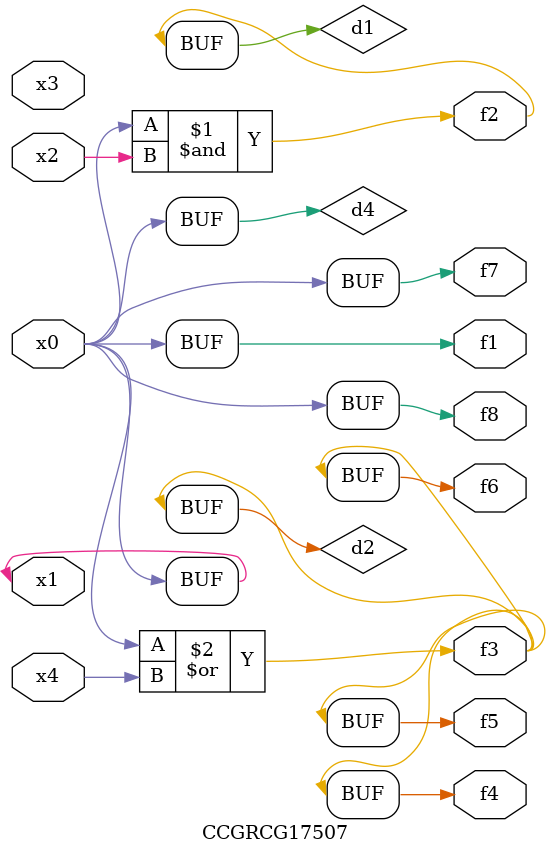
<source format=v>
module CCGRCG17507(
	input x0, x1, x2, x3, x4,
	output f1, f2, f3, f4, f5, f6, f7, f8
);

	wire d1, d2, d3, d4;

	and (d1, x0, x2);
	or (d2, x0, x4);
	nand (d3, x0, x2);
	buf (d4, x0, x1);
	assign f1 = d4;
	assign f2 = d1;
	assign f3 = d2;
	assign f4 = d2;
	assign f5 = d2;
	assign f6 = d2;
	assign f7 = d4;
	assign f8 = d4;
endmodule

</source>
